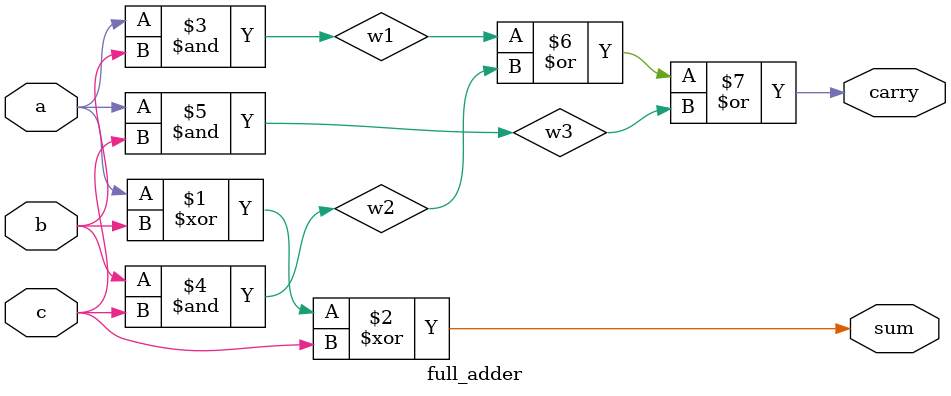
<source format=v>
module full_adder(input a,b,c,
                  output sum,carry);
  wire w1,w2,w3;
  assign sum = a^b^c;
  assign w1 = a & b;
  assign w2 = b & c;
  assign w3 = a & c;
  assign carry = w1|w2|w3;
endmodule

</source>
